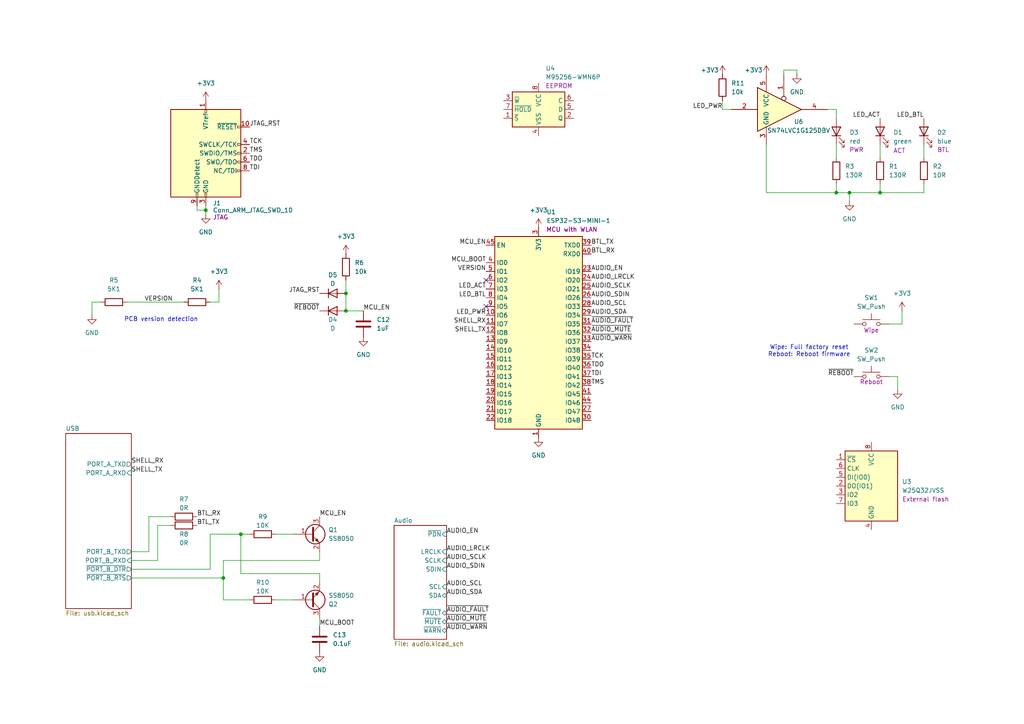
<source format=kicad_sch>
(kicad_sch (version 20231120) (generator "eeschema") (generator_version "8.0")
  (paper "A4")
  (title_block (title "soundbox"))
  (lib_symbols
    (symbol "74xGxx:SN74LVC1G125DBV"
      (property "Reference" "U" (at -10.16 7.62 0))
      (property "Value" "SN74LVC1G125DBV" (at 2.54 -7.62 0))
      (symbol "SN74LVC1G125DBV_0_1"
        (polyline (pts (xy -7.62 6.35) (xy -7.62 -6.35) (xy 5.08 0) (xy -7.62 6.35)) (stroke (width 0.254)) (fill (type background)))
      )
      (symbol "SN74LVC1G125DBV_1_1"
        (pin input inverted (at 0 10.16 270) (length 7.62) (name "~") (number "1"))
        (pin input line (at -15.24 0 0) (length 7.62) (name "~") (number "2"))
        (pin power_in line (at -5.08 -10.16 90) (length 5.08) (name "GND") (number "3"))
        (pin tri_state line (at 12.7 0 180) (length 7.62) (name "~") (number "4"))
        (pin power_in line (at -5.08 10.16 270) (length 5.08) (name "VCC") (number "5"))
      )
    )
    (symbol "Connector:Conn_ARM_JTAG_SWD_10" (pin_names (offset 1.016))
      (property "Reference" "J" (at -2.54 16.51 0))
      (property "Value" "Conn_ARM_JTAG_SWD_10" (at -2.54 13.97 0))
      (symbol "Conn_ARM_JTAG_SWD_10_0_1"
        (rectangle (start -10.16 12.7) (end 10.16 -12.7) (stroke (width 0.254)) (fill (type background)))
        (rectangle (start -2.794 -12.7) (end -2.286 -11.684))
        (rectangle (start -0.254 -12.7) (end 0.254 -11.684))
        (rectangle (start -0.254 12.7) (end 0.254 11.684))
        (rectangle (start 9.144 2.286) (end 10.16 2.794))
        (rectangle (start 10.16 -2.794) (end 9.144 -2.286))
        (rectangle (start 10.16 -0.254) (end 9.144 0.254))
        (rectangle (start 10.16 7.874) (end 9.144 7.366))
      )
      (symbol "Conn_ARM_JTAG_SWD_10_1_1"
        (rectangle (start 9.144 -5.334) (end 10.16 -4.826))
        (pin power_in line (at 0 15.24 270) (length 2.54) (name "VTref") (number "1"))
        (pin open_collector line (at 12.7 7.62 180) (length 2.54) (name "~{RESET}") (number "10"))
        (pin bidirectional line (at 12.7 0 180) (length 2.54) (name "SWDIO/TMS") (number "2"))
        (pin power_in line (at 0 -15.24 90) (length 2.54) (name "GND") (number "3"))
        (pin output line (at 12.7 2.54 180) (length 2.54) (name "SWCLK/TCK") (number "4"))
        (pin passive line (at 0 -15.24 90) (length 2.54) hide (name "GND") (number "5"))
        (pin input line (at 12.7 -2.54 180) (length 2.54) (name "SWO/TDO") (number "6"))
        (pin no_connect line (at -10.16 0 0) (length 2.54) hide (name "KEY") (number "7"))
        (pin output line (at 12.7 -5.08 180) (length 2.54) (name "NC/TDI") (number "8"))
        (pin passive line (at -2.54 -15.24 90) (length 2.54) (name "GNDDetect") (number "9"))
      )
    )
    (symbol "Device:C" (pin_numbers hide) (pin_names (offset 0.254))
      (property "Reference" "C" (at 0.635 2.54 0))
      (property "Value" "C" (at 0.635 -2.54 0))
      (symbol "C_0_1"
        (polyline (pts (xy -2.032 -0.762) (xy 2.032 -0.762)) (stroke (width 0.508)))
        (polyline (pts (xy -2.032 0.762) (xy 2.032 0.762)) (stroke (width 0.508)))
      )
      (symbol "C_1_1"
        (pin passive line (at 0 3.81 270) (length 2.794) (name "~") (number "1"))
        (pin passive line (at 0 -3.81 90) (length 2.794) (name "~") (number "2"))
      )
    )
    (symbol "Device:D" (pin_numbers hide) (pin_names (offset 1.016) hide)
      (property "Reference" "D" (at 0 2.54 0))
      (property "Value" "D" (at 0 -2.54 0))
      (symbol "D_0_1"
        (polyline (pts (xy -1.27 1.27) (xy -1.27 -1.27)) (stroke (width 0.254)))
        (polyline (pts (xy 1.27 0) (xy -1.27 0)))
        (polyline (pts (xy 1.27 1.27) (xy 1.27 -1.27) (xy -1.27 0) (xy 1.27 1.27)) (stroke (width 0.254)))
      )
      (symbol "D_1_1"
        (pin passive line (at -3.81 0 0) (length 2.54) (name "K") (number "1"))
        (pin passive line (at 3.81 0 180) (length 2.54) (name "A") (number "2"))
      )
    )
    (symbol "Device:LED" (pin_numbers hide) (pin_names (offset 1.016) hide)
      (property "Reference" "D" (at 0 2.54 0))
      (property "Value" "LED" (at 0 -2.54 0))
      (symbol "LED_0_1"
        (polyline (pts (xy -1.27 -1.27) (xy -1.27 1.27)) (stroke (width 0.254)))
        (polyline (pts (xy -1.27 0) (xy 1.27 0)))
        (polyline (pts (xy 1.27 -1.27) (xy 1.27 1.27) (xy -1.27 0) (xy 1.27 -1.27)) (stroke (width 0.254)))
        (polyline (pts (xy -3.048 -0.762) (xy -4.572 -2.286) (xy -3.81 -2.286) (xy -4.572 -2.286) (xy -4.572 -1.524)))
        (polyline (pts (xy -1.778 -0.762) (xy -3.302 -2.286) (xy -2.54 -2.286) (xy -3.302 -2.286) (xy -3.302 -1.524)))
      )
      (symbol "LED_1_1"
        (pin passive line (at -3.81 0 0) (length 2.54) (name "K") (number "1"))
        (pin passive line (at 3.81 0 180) (length 2.54) (name "A") (number "2"))
      )
    )
    (symbol "Device:R" (pin_numbers hide) (pin_names (offset 0))
      (property "Reference" "R" (at 2.032 0 90))
      (property "Value" "R" (at 0 0 90))
      (symbol "R_0_1"
        (rectangle (start -1.016 -2.54) (end 1.016 2.54) (stroke (width 0.254)))
      )
      (symbol "R_1_1"
        (pin passive line (at 0 3.81 270) (length 1.27) (name "~") (number "1"))
        (pin passive line (at 0 -3.81 90) (length 1.27) (name "~") (number "2"))
      )
    )
    (symbol "Memory_EEPROM:M95256-WMN6P"
      (property "Reference" "U" (at -7.62 6.35 0))
      (property "Value" "M95256-WMN6P" (at 2.54 -6.35 0))
      (symbol "M95256-WMN6P_1_1"
        (rectangle (start -7.62 5.08) (end 7.62 -5.08) (stroke (width 0.254)) (fill (type background)))
        (pin input line (at -10.16 -2.54 0) (length 2.54) (name "~{S}") (number "1"))
        (pin output line (at 10.16 -2.54 180) (length 2.54) (name "Q") (number "2"))
        (pin input line (at -10.16 2.54 0) (length 2.54) (name "~{W}") (number "3"))
        (pin power_in line (at 0 -7.62 90) (length 2.54) (name "VSS") (number "4"))
        (pin input line (at 10.16 0 180) (length 2.54) (name "D") (number "5"))
        (pin input line (at 10.16 2.54 180) (length 2.54) (name "C") (number "6"))
        (pin input line (at -10.16 0 0) (length 2.54) (name "~{HOLD}") (number "7"))
        (pin power_in line (at 0 7.62 270) (length 2.54) (name "VCC") (number "8"))
      )
    )
    (symbol "Memory_Flash:W25Q32JVSS"
      (property "Reference" "U" (at -6.35 11.43 0))
      (property "Value" "W25Q32JVSS" (at 7.62 11.43 0))
      (symbol "W25Q32JVSS_0_1"
        (rectangle (start -7.62 10.16) (end 7.62 -10.16) (stroke (width 0.254)) (fill (type background)))
      )
      (symbol "W25Q32JVSS_1_1"
        (pin input line (at -10.16 7.62 0) (length 2.54) (name "~{CS}") (number "1"))
        (pin bidirectional line (at -10.16 0 0) (length 2.54) (name "DO(IO1)") (number "2"))
        (pin bidirectional line (at -10.16 -2.54 0) (length 2.54) (name "IO2") (number "3"))
        (pin power_in line (at 0 -12.7 90) (length 2.54) (name "GND") (number "4"))
        (pin bidirectional line (at -10.16 2.54 0) (length 2.54) (name "DI(IO0)") (number "5"))
        (pin input line (at -10.16 5.08 0) (length 2.54) (name "CLK") (number "6"))
        (pin bidirectional line (at -10.16 -5.08 0) (length 2.54) (name "IO3") (number "7"))
        (pin power_in line (at 0 12.7 270) (length 2.54) (name "VCC") (number "8"))
      )
    )
    (symbol "RF_Module:ESP32-S3-MINI-1"
      (property "Reference" "U" (at -11.43 29.21 0))
      (property "Value" "ESP32-S3-MINI-1" (at 12.7 29.21 0))
      (symbol "ESP32-S3-MINI-1_0_1"
        (rectangle (start -12.7 27.94) (end 12.7 -27.94) (stroke (width 0.254)) (fill (type background)))
      )
      (symbol "ESP32-S3-MINI-1_1_1"
        (pin power_in line (at 0 -30.48 90) (length 2.54) (name "GND") (number "1"))
        (pin bidirectional line (at -15.24 5.08 0) (length 2.54) (name "IO6") (number "10"))
        (pin bidirectional line (at -15.24 2.54 0) (length 2.54) (name "IO7") (number "11"))
        (pin bidirectional line (at -15.24 0 0) (length 2.54) (name "IO8") (number "12"))
        (pin bidirectional line (at -15.24 -2.54 0) (length 2.54) (name "IO9") (number "13"))
        (pin bidirectional line (at -15.24 -5.08 0) (length 2.54) (name "IO10") (number "14"))
        (pin bidirectional line (at -15.24 -7.62 0) (length 2.54) (name "IO11") (number "15"))
        (pin bidirectional line (at -15.24 -10.16 0) (length 2.54) (name "IO12") (number "16"))
        (pin bidirectional line (at -15.24 -12.7 0) (length 2.54) (name "IO13") (number "17"))
        (pin bidirectional line (at -15.24 -15.24 0) (length 2.54) (name "IO14") (number "18"))
        (pin bidirectional line (at -15.24 -17.78 0) (length 2.54) (name "IO15") (number "19"))
        (pin passive line (at 0 -30.48 90) (length 2.54) hide (name "GND") (number "2"))
        (pin bidirectional line (at -15.24 -20.32 0) (length 2.54) (name "IO16") (number "20"))
        (pin bidirectional line (at -15.24 -22.86 0) (length 2.54) (name "IO17") (number "21"))
        (pin bidirectional line (at -15.24 -25.4 0) (length 2.54) (name "IO18") (number "22"))
        (pin bidirectional line (at 15.24 17.78 180) (length 2.54) (name "IO19") (number "23"))
        (pin bidirectional line (at 15.24 15.24 180) (length 2.54) (name "IO20") (number "24"))
        (pin bidirectional line (at 15.24 12.7 180) (length 2.54) (name "IO21") (number "25"))
        (pin bidirectional line (at 15.24 10.16 180) (length 2.54) (name "IO26") (number "26"))
        (pin bidirectional line (at 15.24 -22.86 180) (length 2.54) (name "IO47") (number "27"))
        (pin bidirectional line (at 15.24 7.62 180) (length 2.54) (name "IO33") (number "28"))
        (pin bidirectional line (at 15.24 5.08 180) (length 2.54) (name "IO34") (number "29"))
        (pin power_in line (at 0 30.48 270) (length 2.54) (name "3V3") (number "3"))
        (pin bidirectional line (at 15.24 -25.4 180) (length 2.54) (name "IO48") (number "30"))
        (pin bidirectional line (at 15.24 2.54 180) (length 2.54) (name "IO35") (number "31"))
        (pin bidirectional line (at 15.24 0 180) (length 2.54) (name "IO36") (number "32"))
        (pin bidirectional line (at 15.24 -2.54 180) (length 2.54) (name "IO37") (number "33"))
        (pin bidirectional line (at 15.24 -5.08 180) (length 2.54) (name "IO38") (number "34"))
        (pin bidirectional line (at 15.24 -7.62 180) (length 2.54) (name "IO39") (number "35"))
        (pin bidirectional line (at 15.24 -10.16 180) (length 2.54) (name "IO40") (number "36"))
        (pin bidirectional line (at 15.24 -12.7 180) (length 2.54) (name "IO41") (number "37"))
        (pin bidirectional line (at 15.24 -15.24 180) (length 2.54) (name "IO42") (number "38"))
        (pin bidirectional line (at 15.24 25.4 180) (length 2.54) (name "TXD0") (number "39"))
        (pin bidirectional line (at -15.24 20.32 0) (length 2.54) (name "IO0") (number "4"))
        (pin bidirectional line (at 15.24 22.86 180) (length 2.54) (name "RXD0") (number "40"))
        (pin bidirectional line (at 15.24 -17.78 180) (length 2.54) (name "IO45") (number "41"))
        (pin passive line (at 0 -30.48 90) (length 2.54) hide (name "GND") (number "42"))
        (pin passive line (at 0 -30.48 90) (length 2.54) hide (name "GND") (number "43"))
        (pin bidirectional line (at 15.24 -20.32 180) (length 2.54) (name "IO46") (number "44"))
        (pin input line (at -15.24 25.4 0) (length 2.54) (name "EN") (number "45"))
        (pin passive line (at 0 -30.48 90) (length 2.54) hide (name "GND") (number "46"))
        (pin passive line (at 0 -30.48 90) (length 2.54) hide (name "GND") (number "47"))
        (pin passive line (at 0 -30.48 90) (length 2.54) hide (name "GND") (number "48"))
        (pin passive line (at 0 -30.48 90) (length 2.54) hide (name "GND") (number "49"))
        (pin bidirectional line (at -15.24 17.78 0) (length 2.54) (name "IO1") (number "5"))
        (pin passive line (at 0 -30.48 90) (length 2.54) hide (name "GND") (number "50"))
        (pin passive line (at 0 -30.48 90) (length 2.54) hide (name "GND") (number "51"))
        (pin passive line (at 0 -30.48 90) (length 2.54) hide (name "GND") (number "52"))
        (pin passive line (at 0 -30.48 90) (length 2.54) hide (name "GND") (number "53"))
        (pin passive line (at 0 -30.48 90) (length 2.54) hide (name "GND") (number "54"))
        (pin passive line (at 0 -30.48 90) (length 2.54) hide (name "GND") (number "55"))
        (pin passive line (at 0 -30.48 90) (length 2.54) hide (name "GND") (number "56"))
        (pin passive line (at 0 -30.48 90) (length 2.54) hide (name "GND") (number "57"))
        (pin passive line (at 0 -30.48 90) (length 2.54) hide (name "GND") (number "58"))
        (pin passive line (at 0 -30.48 90) (length 2.54) hide (name "GND") (number "59"))
        (pin bidirectional line (at -15.24 15.24 0) (length 2.54) (name "IO2") (number "6"))
        (pin passive line (at 0 -30.48 90) (length 2.54) hide (name "GND") (number "60"))
        (pin passive line (at 0 -30.48 90) (length 2.54) hide (name "GND") (number "61"))
        (pin passive line (at 0 -30.48 90) (length 2.54) hide (name "GND") (number "62"))
        (pin passive line (at 0 -30.48 90) (length 2.54) hide (name "GND") (number "63"))
        (pin passive line (at 0 -30.48 90) (length 2.54) hide (name "GND") (number "64"))
        (pin passive line (at 0 -30.48 90) (length 2.54) hide (name "GND") (number "65"))
        (pin bidirectional line (at -15.24 12.7 0) (length 2.54) (name "IO3") (number "7"))
        (pin bidirectional line (at -15.24 10.16 0) (length 2.54) (name "IO4") (number "8"))
        (pin bidirectional line (at -15.24 7.62 0) (length 2.54) (name "IO5") (number "9"))
      )
    )
    (symbol "Switch:SW_Push" (pin_numbers hide) (pin_names (offset 1.016) hide)
      (property "Reference" "SW" (at 1.27 2.54 0))
      (property "Value" "SW_Push" (at 0 -1.524 0))
      (symbol "SW_Push_0_1"
        (circle (center -2.032 0) (radius 0.508))
        (polyline (pts (xy 0 1.27) (xy 0 3.048)))
        (polyline (pts (xy 2.54 1.27) (xy -2.54 1.27)))
        (circle (center 2.032 0) (radius 0.508))
        (pin passive line (at -5.08 0 0) (length 2.54) (name "1") (number "1"))
        (pin passive line (at 5.08 0 180) (length 2.54) (name "2") (number "2"))
      )
    )
    (symbol "Transistor_BJT:SS8050" (pin_names (offset 0) hide)
      (property "Reference" "Q" (at 5.08 1.905 0))
      (property "Value" "SS8050" (at 5.08 0 0))
      (symbol "SS8050_0_1"
        (polyline (pts (xy 0.635 0.635) (xy 2.54 2.54)))
        (polyline (pts (xy 0.635 -0.635) (xy 2.54 -2.54) (xy 2.54 -2.54)))
        (polyline (pts (xy 0.635 1.905) (xy 0.635 -1.905) (xy 0.635 -1.905)) (stroke (width 0.508)))
        (polyline (pts (xy 1.27 -1.778) (xy 1.778 -1.27) (xy 2.286 -2.286) (xy 1.27 -1.778) (xy 1.27 -1.778)) (fill (type outline)))
        (circle (center 1.27 0) (radius 2.8194) (stroke (width 0.254)))
      )
      (symbol "SS8050_1_1"
        (pin input line (at -5.08 0 0) (length 5.715) (name "B") (number "1"))
        (pin passive line (at 2.54 -5.08 90) (length 2.54) (name "E") (number "2"))
        (pin passive line (at 2.54 5.08 270) (length 2.54) (name "C") (number "3"))
      )
    )
    (symbol "power:+3V3" (power) (pin_numbers hide) (pin_names (offset 0) hide)
      (property "Value" "+3V3" (at 0 3.556 0))
      (symbol "+3V3_0_1"
        (polyline (pts (xy -0.762 1.27) (xy 0 2.54)))
        (polyline (pts (xy 0 0) (xy 0 2.54)))
        (polyline (pts (xy 0 2.54) (xy 0.762 1.27)))
      )
      (symbol "+3V3_1_1"
        (pin power_in line (at 0 0 90) (length 0) (name "~") (number "1"))
      )
    )
    (symbol "power:GND" (power) (pin_numbers hide) (pin_names (offset 0) hide)
      (property "Value" "GND" (at 0 -3.81 0))
      (symbol "GND_0_1"
        (polyline (pts (xy 0 0) (xy 0 -1.27) (xy 1.27 -1.27) (xy 0 -2.54) (xy -1.27 -1.27) (xy 0 -1.27)))
      )
      (symbol "GND_1_1"
        (pin power_in line (at 0 0 270) (length 0) (name "~") (number "1"))
      )
    )
  )
  (junction (at 242.57 55.88))
  (junction (at 100.33 90.17))
  (junction (at 255.27 55.88))
  (junction (at 59.69 60.96))
  (junction (at 100.33 85.09))
  (junction (at 64.77 167.64))
  (junction (at 246.38 55.88))
  (junction (at 69.85 154.94))
  (no_connect (at 140.97 88.9))
  (no_connect (at 140.97 81.28))
  (wire (pts (xy 222.25 55.88) (xy 242.57 55.88)))
  (wire (pts (xy 242.57 53.34) (xy 242.57 55.88)))
  (wire (pts (xy 209.55 31.75) (xy 212.09 31.75)))
  (wire (pts (xy 45.72 152.4) (xy 49.53 152.4)))
  (wire (pts (xy 246.38 58.42) (xy 246.38 55.88)))
  (wire (pts (xy 231.14 20.32) (xy 231.14 21.59)))
  (wire (pts (xy 60.96 154.94) (xy 69.85 154.94)))
  (wire (pts (xy 80.01 154.94) (xy 85.09 154.94)))
  (wire (pts (xy 38.1 165.1) (xy 60.96 165.1)))
  (wire (pts (xy 227.33 21.59) (xy 227.33 20.32)))
  (wire (pts (xy 64.77 167.64) (xy 64.77 173.99)))
  (wire (pts (xy 64.77 162.56) (xy 64.77 167.64)))
  (wire (pts (xy 227.33 20.32) (xy 231.14 20.32)))
  (wire (pts (xy 38.1 167.64) (xy 64.77 167.64)))
  (wire (pts (xy 209.55 29.21) (xy 209.55 31.75)))
  (wire (pts (xy 255.27 41.91) (xy 255.27 45.72)))
  (wire (pts (xy 92.71 160.02) (xy 92.71 162.56)))
  (wire (pts (xy 60.96 165.1) (xy 60.96 154.94)))
  (wire (pts (xy 36.83 87.63) (xy 53.34 87.63)))
  (wire (pts (xy 57.15 59.69) (xy 57.15 60.96)))
  (wire (pts (xy 260.35 109.22) (xy 260.35 113.03)))
  (wire (pts (xy 257.81 93.98) (xy 261.62 93.98)))
  (wire (pts (xy 69.85 154.94) (xy 72.39 154.94)))
  (wire (pts (xy 257.81 109.22) (xy 260.35 109.22)))
  (wire (pts (xy 255.27 55.88) (xy 267.97 55.88)))
  (wire (pts (xy 26.67 87.63) (xy 29.21 87.63)))
  (wire (pts (xy 242.57 31.75) (xy 242.57 34.29)))
  (wire (pts (xy 261.62 90.17) (xy 261.62 93.98)))
  (wire (pts (xy 255.27 53.34) (xy 255.27 55.88)))
  (wire (pts (xy 240.03 31.75) (xy 242.57 31.75)))
  (wire (pts (xy 59.69 62.23) (xy 59.69 60.96)))
  (wire (pts (xy 267.97 53.34) (xy 267.97 55.88)))
  (wire (pts (xy 92.71 168.91) (xy 92.71 166.37)))
  (wire (pts (xy 255.27 55.88) (xy 246.38 55.88)))
  (wire (pts (xy 80.01 173.99) (xy 85.09 173.99)))
  (wire (pts (xy 64.77 173.99) (xy 72.39 173.99)))
  (wire (pts (xy 38.1 160.02) (xy 43.18 160.02)))
  (wire (pts (xy 92.71 179.07) (xy 92.71 181.61)))
  (wire (pts (xy 59.69 60.96) (xy 57.15 60.96)))
  (wire (pts (xy 100.33 85.09) (xy 100.33 90.17)))
  (wire (pts (xy 246.38 55.88) (xy 242.57 55.88)))
  (wire (pts (xy 100.33 90.17) (xy 105.41 90.17)))
  (wire (pts (xy 43.18 149.86) (xy 49.53 149.86)))
  (wire (pts (xy 63.5 87.63) (xy 63.5 83.82)))
  (wire (pts (xy 100.33 81.28) (xy 100.33 85.09)))
  (wire (pts (xy 92.71 162.56) (xy 64.77 162.56)))
  (wire (pts (xy 43.18 160.02) (xy 43.18 149.86)))
  (wire (pts (xy 92.71 166.37) (xy 69.85 166.37)))
  (wire (pts (xy 38.1 162.56) (xy 45.72 162.56)))
  (wire (pts (xy 45.72 162.56) (xy 45.72 152.4)))
  (wire (pts (xy 69.85 166.37) (xy 69.85 154.94)))
  (wire (pts (xy 26.67 91.44) (xy 26.67 87.63)))
  (wire (pts (xy 60.96 87.63) (xy 63.5 87.63)))
  (wire (pts (xy 267.97 41.91) (xy 267.97 45.72)))
  (wire (pts (xy 242.57 41.91) (xy 242.57 45.72)))
  (wire (pts (xy 222.25 41.91) (xy 222.25 55.88)))
  (wire (pts (xy 59.69 59.69) (xy 59.69 60.96)))
  (text "Wipe: Full factory reset\nReboot: Reboot firmware" (at 234.696 101.854 0) (effects (font (size 1.27 1.27))))
  (text "PCB version detection" (at 46.736 92.71 0) (effects (font (size 1.27 1.27))))
  (label "SHELL_TX" (at 140.97 96.52 180))
  (label "VERSION" (at 41.91 87.63 0))
  (label "~{AUDIO_FAULT}" (at 171.45 93.98 0))
  (label "AUDIO_SDA" (at 129.54 172.72 0))
  (label "TCK" (at 72.39 41.91 0))
  (label "LED_BTL" (at 267.97 34.29 180))
  (label "AUDIO_SDIN" (at 129.54 165.1 0))
  (label "AUDIO_EN" (at 129.54 154.94 0))
  (label "~{REBOOT}" (at 92.71 90.17 180))
  (label "~{REBOOT}" (at 247.65 109.22 180))
  (label "~{AUDIO_WARN}" (at 171.45 99.06 0))
  (label "TDI" (at 171.45 109.22 0))
  (label "BTL_RX" (at 171.45 73.66 0))
  (label "TDO" (at 171.45 106.68 0))
  (label "AUDIO_SDIN" (at 171.45 86.36 0))
  (label "~{AUDIO_MUTE}" (at 171.45 96.52 0))
  (label "AUDIO_SDA" (at 171.45 91.44 0))
  (label "LED_PWR" (at 140.97 91.44 180))
  (label "LED_BTL" (at 140.97 86.36 180))
  (label "JTAG_RST" (at 92.71 85.09 180))
  (label "LED_ACT" (at 255.27 34.29 180))
  (label "MCU_EN" (at 140.97 71.12 180))
  (label "MCU_EN" (at 92.71 149.86 0))
  (label "AUDIO_LRCLK" (at 129.54 160.02 0))
  (label "MCU_BOOT" (at 92.71 181.61 0))
  (label "MCU_BOOT" (at 140.97 76.2 180))
  (label "BTL_RX" (at 57.15 149.86 0))
  (label "JTAG_RST" (at 72.39 36.83 0))
  (label "AUDIO_SCL" (at 171.45 88.9 0))
  (label "MCU_EN" (at 105.41 90.17 0))
  (label "~{AUDIO_WARN}" (at 129.54 182.88 0))
  (label "TCK" (at 171.45 104.14 0))
  (label "SHELL_RX" (at 38.1 134.62 0))
  (label "TDO" (at 72.39 46.99 0))
  (label "BTL_TX" (at 171.45 71.12 0))
  (label "AUDIO_SCLK" (at 129.54 162.56 0))
  (label "BTL_TX" (at 57.15 152.4 0))
  (label "AUDIO_LRCLK" (at 171.45 81.28 0))
  (label "~{AUDIO_MUTE}" (at 129.54 180.34 0))
  (label "TMS" (at 72.39 44.45 0))
  (label "AUDIO_SCLK" (at 171.45 83.82 0))
  (label "SHELL_RX" (at 140.97 93.98 180))
  (label "LED_PWR" (at 209.55 31.75 180))
  (label "SHELL_TX" (at 38.1 137.16 0))
  (label "TMS" (at 171.45 111.76 0))
  (label "LED_ACT" (at 140.97 83.82 180))
  (label "~{AUDIO_FAULT}" (at 129.54 177.8 0))
  (label "AUDIO_EN" (at 171.45 78.74 0))
  (label "VERSION" (at 140.97 78.74 180))
  (label "TDI" (at 72.39 49.53 0))
  (label "AUDIO_SCL" (at 129.54 170.18 0))
  (symbol (lib_id "power:GND") (at 156.21 127 0) (unit 1)
    (property "Reference" "#PWR015" (effects (hide yes)))
    (property "Value" "GND" (at 156.21 132.08 0))
    (property "Description" "Power symbol creates a global label with name \"GND\" , ground" (effects (hide yes)))
  )
  (symbol (lib_id "power:GND") (at 246.38 58.42 0) (unit 1)
    (property "Reference" "#PWR012" (effects (hide yes)))
    (property "Value" "GND" (at 246.38 63.5 0))
    (property "Description" "Power symbol creates a global label with name \"GND\" , ground" (effects (hide yes)))
  )
  (symbol (lib_id "Device:R") (at 76.2 154.94 270) (unit 1)
    (property "Reference" "R9" (at 76.2 149.86 90))
    (property "Value" "10K" (at 76.2 152.4 90))
    (property "Description" "Resistor" (effects (hide yes)))
  )
  (symbol (lib_id "power:GND") (at 26.67 91.44 0) (unit 1)
    (property "Reference" "#PWR01" (effects (hide yes)))
    (property "Value" "GND" (at 26.67 96.52 0))
    (property "Description" "Power symbol creates a global label with name \"GND\" , ground" (effects (hide yes)))
  )
  (symbol (lib_id "RF_Module:ESP32-S3-MINI-1") (at 156.21 96.52 0) (unit 1)
    (property "Reference" "U1" (at 158.496 61.468 0) (effects (justify left)))
    (property "Value" "ESP32-S3-MINI-1" (at 158.496 64.008 0) (effects (justify left)))
    (property "Footprint" "RF_Module:ESP32-S2-MINI-1" (effects (hide yes)))
    (property "Datasheet" "https://www.espressif.com/sites/default/files/documentation/esp32-s3-mini-1_mini-1u_datasheet_en.pdf" (effects (hide yes)))
    (property "Description" "MCU with WLAN" (at 165.862 66.548 0))
    (property "MPN" "ESP32-S3-MINI-1-N8" (effects (hide yes)))
    (property "Manufacturer" "Espressif Systems" (effects (hide yes)))
  )
  (symbol (lib_id "Memory_Flash:W25Q32JVSS") (at 252.73 140.97 0) (unit 1)
    (property "Reference" "U3" (at 261.62 139.6999 0) (effects (justify left)))
    (property "Value" "W25Q32JVSS" (at 261.62 142.2399 0) (effects (justify left)))
    (property "Footprint" "Package_SO:SOIC-8_5.23x5.23mm_P1.27mm" (effects (hide yes)))
    (property "Datasheet" "http://www.winbond.com/resource-files/w25q32jv%20revg%2003272018%20plus.pdf" (effects (hide yes)))
    (property "Description" "External flash" (at 268.478 144.78 0))
    (property "MPN" "W25Q32JVSSIQ" (effects (hide yes)))
    (property "Manufacturer" "Winbond Electronics" (effects (hide yes)))
  )
  (symbol (lib_id "Connector:Conn_ARM_JTAG_SWD_10") (at 59.69 44.45 0) (unit 1)
    (property "Reference" "J1" (at 61.722 58.928 0) (effects (justify left)))
    (property "Value" "Conn_ARM_JTAG_SWD_10" (at 61.722 60.96 0) (effects (justify left)))
    (property "Datasheet" "https://mm.digikey.com/Volume0/opasdata/d220001/medias/docus/6209/ftsh-1xx-xx-xxx-dv-xxx-xxx-x-xx-mkt.pdf" (effects (hide yes)))
    (property "Description" "JTAG" (at 61.722 62.992 0) (effects (justify left)))
    (property "MPN" "FTSH-105-01-L-DV-007-K-TR" (effects (hide yes)))
    (property "Manufacturer" "samtec" (effects (hide yes)))
  )
  (symbol (lib_id "Switch:SW_Push") (at 252.73 109.22 0) (unit 1)
    (property "Reference" "SW2" (at 252.73 101.6 0))
    (property "Value" "SW_Push" (at 252.73 104.14 0))
    (property "Footprint" "Button_Switch_SMD:SW_SPST_TL3305B" (effects (hide yes)))
    (property "Datasheet" "https://www.e-switch.com/wp-content/uploads/2024/08/TL3305.pdf" (effects (hide yes)))
    (property "Description" "Reboot" (at 252.73 110.744 0))
    (property "MPN" "TL3305BF260QG" (effects (hide yes)))
    (property "Manufacturer" "E-Switch" (effects (hide yes)))
  )
  (symbol (lib_id "Device:R") (at 76.2 173.99 270) (unit 1)
    (property "Reference" "R10" (at 76.2 168.91 90))
    (property "Value" "10K" (at 76.2 171.45 90))
    (property "Description" "Resistor" (effects (hide yes)))
  )
  (symbol (lib_id "power:+3V3") (at 59.69 29.21 0) (unit 1)
    (property "Reference" "#PWR016" (effects (hide yes)))
    (property "Value" "+3V3" (at 59.69 24.13 0))
    (property "Description" "Power symbol creates a global label with name \"+3V3\"" (effects (hide yes)))
  )
  (symbol (lib_id "power:+3V3") (at 156.21 66.04 0) (unit 1)
    (property "Reference" "#PWR014" (effects (hide yes)))
    (property "Value" "+3V3" (at 156.21 60.96 0))
    (property "Description" "Power symbol creates a global label with name \"+3V3\"" (effects (hide yes)))
  )
  (symbol (lib_id "Device:R") (at 100.33 77.47 0) (unit 1)
    (property "Reference" "R6" (at 102.87 76.1999 0) (effects (justify left)))
    (property "Value" "10k" (at 102.87 78.7399 0) (effects (justify left)))
    (property "Description" "Resistor" (effects (hide yes)))
  )
  (symbol (lib_id "power:+3V3") (at 63.5 83.82 0) (unit 1)
    (property "Reference" "#PWR02" (effects (hide yes)))
    (property "Value" "+3V3" (at 63.5 78.74 0))
    (property "Description" "Power symbol creates a global label with name \"+3V3\"" (effects (hide yes)))
  )
  (symbol (lib_id "Device:R") (at 242.57 49.53 0) (unit 1)
    (property "Reference" "R3" (at 245.11 48.2599 0) (effects (justify left)))
    (property "Value" "130R" (at 245.11 50.7999 0) (effects (justify left)))
    (property "Footprint" "Resistor_SMD:R_0603_1608Metric" (effects (hide yes)))
    (property "Datasheet" "https://industrial.panasonic.com/cdbs/www-data/pdf/RDA0000/AOA0000C304.pdf" (effects (hide yes)))
    (property "Description" "Resistor" (effects (hide yes)))
    (property "MPN" "ERJ-3EKF1300V" (effects (hide yes)))
    (property "Manufacturer" "Panasonic Electronic Components" (effects (hide yes)))
  )
  (symbol (lib_id "power:GND") (at 231.14 21.59 0) (unit 1)
    (property "Reference" "#PWR013" (effects (hide yes)))
    (property "Value" "GND" (at 231.14 26.67 0))
    (property "Description" "Power symbol creates a global label with name \"GND\" , ground" (effects (hide yes)))
  )
  (symbol (lib_id "Device:R") (at 53.34 152.4 90) (mirror x) (unit 1)
    (property "Reference" "R8" (at 53.34 154.94 90))
    (property "Value" "0R" (at 53.34 157.48 90))
    (property "Description" "Resistor" (effects (hide yes)))
  )
  (symbol (lib_id "Switch:SW_Push") (at 252.73 93.98 0) (unit 1)
    (property "Reference" "SW1" (at 252.73 86.36 0))
    (property "Value" "SW_Push" (at 252.73 88.9 0))
    (property "Footprint" "Button_Switch_SMD:SW_SPST_TL3305B" (effects (hide yes)))
    (property "Datasheet" "https://www.e-switch.com/wp-content/uploads/2024/08/TL3305.pdf" (effects (hide yes)))
    (property "Description" "Wipe" (at 252.73 95.758 0))
    (property "MPN" "TL3305BF260QG" (effects (hide yes)))
    (property "Manufacturer" "E-Switch" (effects (hide yes)))
  )
  (symbol (lib_id "power:+3V3") (at 100.33 73.66 0) (unit 1)
    (property "Reference" "#PWR018" (effects (hide yes)))
    (property "Value" "+3V3" (at 100.33 68.58 0))
    (property "Description" "Power symbol creates a global label with name \"+3V3\"" (effects (hide yes)))
  )
  (symbol (lib_id "Device:D") (at 96.52 90.17 0) (unit 1)
    (property "Reference" "D4" (at 96.52 92.71 0))
    (property "Value" "D" (at 96.52 95.25 0))
    (property "Description" "Diode" (effects (hide yes)))
    (property "Sim.Device" "D" (effects (hide yes)))
    (property "Sim.Pins" "1=K 2=A" (effects (hide yes)))
  )
  (symbol (lib_id "Device:R") (at 267.97 49.53 0) (unit 1)
    (property "Reference" "R2" (at 270.51 48.2599 0) (effects (justify left)))
    (property "Value" "10R" (at 270.51 50.7999 0) (effects (justify left)))
    (property "Footprint" "Resistor_SMD:R_0603_1608Metric" (effects (hide yes)))
    (property "Datasheet" "https://industrial.panasonic.com/cdbs/www-data/pdf/RDO0000/AOA0000C331.pdf" (effects (hide yes)))
    (property "Description" "Resistor" (effects (hide yes)))
    (property "MPN" "ERJ-PA3F10R0V" (effects (hide yes)))
    (property "Manufacturer" "Panasonic Electronic Components" (effects (hide yes)))
  )
  (symbol (lib_id "Transistor_BJT:SS8050") (at 90.17 154.94 0) (unit 1)
    (property "Reference" "Q1" (at 95.25 153.6699 0) (effects (justify left)))
    (property "Value" "SS8050" (at 95.25 156.2099 0) (effects (justify left)))
    (property "Footprint" "Package_TO_SOT_SMD:SOT-23" (effects (hide yes)))
    (property "Datasheet" "http://www.secosgmbh.com/datasheet/products/SSMPTransistor/SOT-23/SS8050.pdf" (effects (hide yes)))
    (property "Description" "General Purpose NPN Transistor, 1.5A Ic, 25V Vce, SOT-23" (effects (hide yes)))
  )
  (symbol (lib_id "power:+3V3") (at 261.62 90.17 0) (unit 1)
    (property "Reference" "#PWR011" (effects (hide yes)))
    (property "Value" "+3V3" (at 261.62 85.09 0))
    (property "Description" "Power symbol creates a global label with name \"+3V3\"" (effects (hide yes)))
  )
  (symbol (lib_id "power:GND") (at 59.69 62.23 0) (unit 1)
    (property "Reference" "#PWR017" (effects (hide yes)))
    (property "Value" "GND" (at 59.69 67.31 0))
    (property "Description" "Power symbol creates a global label with name \"GND\" , ground" (effects (hide yes)))
  )
  (symbol (lib_id "power:GND") (at 105.41 97.79 0) (unit 1)
    (property "Reference" "#PWR020" (effects (hide yes)))
    (property "Value" "GND" (at 105.41 102.87 0))
    (property "Description" "Power symbol creates a global label with name \"GND\" , ground" (effects (hide yes)))
  )
  (symbol (lib_id "power:GND") (at 92.71 189.23 0) (unit 1)
    (property "Reference" "#PWR021" (effects (hide yes)))
    (property "Value" "GND" (at 92.71 194.31 0))
    (property "Description" "Power symbol creates a global label with name \"GND\" , ground" (effects (hide yes)))
  )
  (symbol (lib_id "Transistor_BJT:SS8050") (at 90.17 173.99 0) (mirror x) (unit 1)
    (property "Reference" "Q2" (at 95.25 175.2601 0) (effects (justify left)))
    (property "Value" "SS8050" (at 95.25 172.7201 0) (effects (justify left)))
    (property "Footprint" "Package_TO_SOT_SMD:SOT-23" (effects (hide yes)))
    (property "Datasheet" "http://www.secosgmbh.com/datasheet/products/SSMPTransistor/SOT-23/SS8050.pdf" (effects (hide yes)))
    (property "Description" "General Purpose NPN Transistor, 1.5A Ic, 25V Vce, SOT-23" (effects (hide yes)))
  )
  (symbol (lib_id "Device:R") (at 53.34 149.86 90) (mirror x) (unit 1)
    (property "Reference" "R7" (at 53.34 144.78 90))
    (property "Value" "0R" (at 53.34 147.32 90))
    (property "Description" "Resistor" (effects (hide yes)))
  )
  (symbol (lib_id "Device:D") (at 96.52 85.09 0) (unit 1)
    (property "Reference" "D5" (at 96.52 79.756 0))
    (property "Value" "D" (at 96.52 82.296 0))
    (property "Description" "Diode" (effects (hide yes)))
    (property "Sim.Device" "D" (effects (hide yes)))
    (property "Sim.Pins" "1=K 2=A" (effects (hide yes)))
  )
  (symbol (lib_id "Device:C") (at 92.71 185.42 0) (unit 1)
    (property "Reference" "C13" (at 96.52 184.1499 0) (effects (justify left)))
    (property "Value" "0.1uF" (at 96.52 186.6899 0) (effects (justify left)))
    (property "Description" "Unpolarized capacitor" (effects (hide yes)))
  )
  (symbol (lib_id "power:+3V3") (at 209.55 21.59 0) (unit 1)
    (property "Reference" "#PWR023" (effects (hide yes)))
    (property "Value" "+3V3" (at 203.2 20.32 0) (effects (justify left)))
    (property "Description" "Power symbol creates a global label with name \"+3V3\"" (effects (hide yes)))
  )
  (symbol (lib_id "Device:R") (at 33.02 87.63 270) (unit 1)
    (property "Reference" "R5" (at 33.02 81.28 90))
    (property "Value" "5K1" (at 33.02 83.82 90))
    (property "Footprint" "Resistor_SMD:R_0603_1608Metric" (effects (hide yes)))
    (property "Datasheet" "https://industrial.panasonic.com/cdbs/www-data/pdf/RDA0000/AOA0000C304.pdf" (effects (hide yes)))
    (property "Description" "Resistor" (effects (hide yes)))
    (property "MPN" "ERJ-3EKF5101V" (effects (hide yes)))
    (property "Manufacturer" "Panasonic Electronic Components" (effects (hide yes)))
  )
  (symbol (lib_id "74xGxx:SN74LVC1G125DBV") (at 227.33 31.75 0) (unit 1)
    (property "Reference" "U6" (at 231.648 35.306 0))
    (property "Value" "SN74LVC1G125DBV" (at 231.648 37.846 0))
    (property "Footprint" "Package_TO_SOT_SMD:SOT-23-5" (effects (hide yes)))
    (property "Datasheet" "http://www.ti.com/lit/ds/symlink/sn74lvc1g125.pdf" (effects (hide yes)))
    (property "Description" "Single Buffer Gate Tri-State, Low-Voltage CMOS, SOT-23-5" (effects (hide yes)))
  )
  (symbol (lib_id "Device:LED") (at 255.27 38.1 90) (unit 1)
    (property "Reference" "D1" (at 259.08 38.4174 90) (effects (justify right)))
    (property "Value" "green" (at 259.08 40.9574 90) (effects (justify right)))
    (property "Footprint" "LED_SMD:LED_1206_3216Metric" (effects (hide yes)))
    (property "Datasheet" "https://s3-us-west-2.amazonaws.com/catsy.557/Dialight_CBI_data_598-1206_Apr2018.pdf" (effects (hide yes)))
    (property "Description" "ACT" (at 260.858 43.688 90))
    (property "MPN" "598-8270-107F" (effects (hide yes)))
    (property "Manufacturer" "Dialight" (effects (hide yes)))
  )
  (symbol (lib_id "Device:R") (at 57.15 87.63 90) (unit 1)
    (property "Reference" "R4" (at 57.15 81.28 90))
    (property "Value" "5K1" (at 57.15 83.82 90))
    (property "Footprint" "Resistor_SMD:R_0603_1608Metric" (effects (hide yes)))
    (property "Datasheet" "https://industrial.panasonic.com/cdbs/www-data/pdf/RDA0000/AOA0000C304.pdf" (effects (hide yes)))
    (property "Description" "Resistor" (effects (hide yes)))
    (property "MPN" "ERJ-3EKF5101V" (effects (hide yes)))
    (property "Manufacturer" "Panasonic Electronic Components" (effects (hide yes)))
  )
  (symbol (lib_id "Device:R") (at 209.55 25.4 0) (unit 1)
    (property "Reference" "R11" (at 212.09 24.1299 0) (effects (justify left)))
    (property "Value" "10k" (at 212.09 26.6699 0) (effects (justify left)))
    (property "Description" "Resistor" (effects (hide yes)))
  )
  (symbol (lib_id "Device:R") (at 255.27 49.53 0) (unit 1)
    (property "Reference" "R1" (at 257.81 48.2599 0) (effects (justify left)))
    (property "Value" "130R" (at 257.81 50.7999 0) (effects (justify left)))
    (property "Footprint" "Resistor_SMD:R_0603_1608Metric" (effects (hide yes)))
    (property "Datasheet" "https://industrial.panasonic.com/cdbs/www-data/pdf/RDA0000/AOA0000C304.pdf" (effects (hide yes)))
    (property "Description" "Resistor" (effects (hide yes)))
    (property "MPN" "ERJ-3EKF1300V" (effects (hide yes)))
    (property "Manufacturer" "Panasonic Electronic Components" (effects (hide yes)))
  )
  (symbol (lib_id "Device:C") (at 105.41 93.98 0) (unit 1)
    (property "Reference" "C12" (at 109.22 92.7099 0) (effects (justify left)))
    (property "Value" "1uF" (at 109.22 95.2499 0) (effects (justify left)))
    (property "Description" "Unpolarized capacitor" (effects (hide yes)))
  )
  (symbol (lib_id "Memory_EEPROM:M95256-WMN6P") (at 156.21 31.75 0) (unit 1)
    (property "Reference" "U4" (at 158.242 19.812 0) (effects (justify left)))
    (property "Value" "M95256-WMN6P" (at 158.242 22.352 0) (effects (justify left)))
    (property "Footprint" "Package_SO:SOIC-8_3.9x4.9mm_P1.27mm" (effects (hide yes)))
    (property "Datasheet" "http://www.st.com/content/ccc/resource/technical/document/datasheet/9d/75/f0/3e/76/00/4c/0b/CD00103810.pdf/files/CD00103810.pdf/jcr:content/translations/en.CD00103810.pdf" (effects (hide yes)))
    (property "Description" "EEPROM" (at 162.1439 24.892 0))
    (property "MPN" "M95256-WMN6P" (effects (hide yes)))
    (property "Manufacturer" "STMicroelectronics" (effects (hide yes)))
  )
  (symbol (lib_id "power:+3V3") (at 222.25 21.59 0) (unit 1)
    (property "Reference" "#PWR022" (effects (hide yes)))
    (property "Value" "+3V3" (at 215.9 20.32 0) (effects (justify left)))
    (property "Description" "Power symbol creates a global label with name \"+3V3\"" (effects (hide yes)))
  )
  (symbol (lib_id "Device:LED") (at 242.57 38.1 90) (unit 1)
    (property "Reference" "D3" (at 246.38 38.4174 90) (effects (justify right)))
    (property "Value" "red" (at 246.38 40.9574 90) (effects (justify right)))
    (property "Footprint" "LED_SMD:LED_1206_3216Metric" (effects (hide yes)))
    (property "Datasheet" "https://s3-us-west-2.amazonaws.com/catsy.557/Dialight_CBI_data_598-1206_Apr2018.pdf" (effects (hide yes)))
    (property "Description" "PWR" (at 248.412 43.434 90))
    (property "MPN" "598-8210-107F" (effects (hide yes)))
    (property "Manufacturer" "Dialight" (effects (hide yes)))
  )
  (symbol (lib_id "power:GND") (at 260.35 113.03 0) (unit 1)
    (property "Reference" "#PWR019" (effects (hide yes)))
    (property "Value" "GND" (at 260.35 118.11 0))
    (property "Description" "Power symbol creates a global label with name \"GND\" , ground" (effects (hide yes)))
  )
  (symbol (lib_id "Device:LED") (at 267.97 38.1 90) (unit 1)
    (property "Reference" "D2" (at 271.78 38.4174 90) (effects (justify right)))
    (property "Value" "blue" (at 271.78 40.9574 90) (effects (justify right)))
    (property "Footprint" "LED_SMD:LED_1206_3216Metric" (effects (hide yes)))
    (property "Datasheet" "https://s3-us-west-2.amazonaws.com/catsy.557/Dialight_CBI_data_598-1206_Apr2018.pdf" (effects (hide yes)))
    (property "Description" "BTL" (at 273.558 43.434 90))
    (property "MPN" "598-8291-107F" (effects (hide yes)))
    (property "Manufacturer" "Dialight" (effects (hide yes)))
  )
  (sheet (at 19.05 125.73) (size 19.05 50.8) (stroke (width 0.1524))
    (property "Sheetname" "USB" (at 19.05 125.0184 0) (effects (justify left bottom)))
    (property "Sheetfile" "usb.kicad_sch" (at 19.05 177.1146 0) (effects (justify left top)))
    (pin "PORT_A_TXD" output (at 38.1 134.62 0))
    (pin "PORT_A_RXD" input (at 38.1 137.16 0))
    (pin "PORT_B_TXD" output (at 38.1 160.02 0))
    (pin "PORT_B_RXD" input (at 38.1 162.56 0))
    (pin "~{PORT_B_RTS}" output (at 38.1 167.64 0))
    (pin "~{PORT_B_DTR}" output (at 38.1 165.1 0))
  )
  (sheet (at 114.3 152.4) (size 15.24 33.02) (stroke (width 0.1524))
    (property "Sheetname" "Audio" (at 114.3 151.6884 0) (effects (justify left bottom)))
    (property "Sheetfile" "audio.kicad_sch" (at 114.3 186.0046 0) (effects (justify left top)))
    (pin "~{PDN}" input (at 129.54 154.94 0))
    (pin "LRCLK" input (at 129.54 160.02 0))
    (pin "SCLK" input (at 129.54 162.56 0))
    (pin "SDIN" input (at 129.54 165.1 0))
    (pin "SCL" input (at 129.54 170.18 0))
    (pin "SDA" bidirectional (at 129.54 172.72 0))
    (pin "~{FAULT}" bidirectional (at 129.54 177.8 0))
    (pin "~{MUTE}" bidirectional (at 129.54 180.34 0))
    (pin "~{WARN}" bidirectional (at 129.54 182.88 0))
  )
)
</source>
